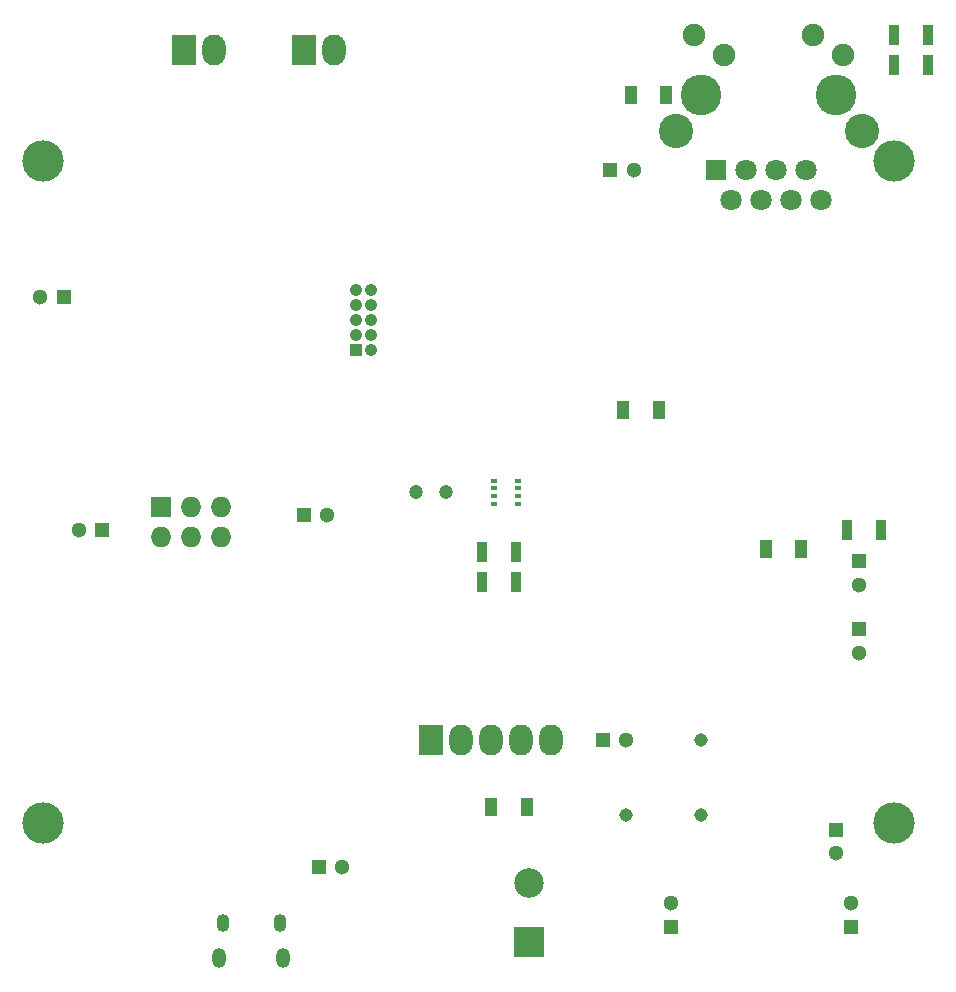
<source format=gbr>
G04 #@! TF.FileFunction,Soldermask,Top*
%FSLAX46Y46*%
G04 Gerber Fmt 4.6, Leading zero omitted, Abs format (unit mm)*
G04 Created by KiCad (PCBNEW 4.0.4+dfsg1-stable) date Sun Aug 20 17:41:52 2017*
%MOMM*%
%LPD*%
G01*
G04 APERTURE LIST*
%ADD10C,0.100000*%
%ADD11C,1.800000*%
%ADD12R,1.800000X1.800000*%
%ADD13C,2.900000*%
%ADD14C,1.900000*%
%ADD15C,3.450000*%
%ADD16R,1.300000X1.300000*%
%ADD17C,1.300000*%
%ADD18R,1.000000X1.600000*%
%ADD19R,2.000000X2.600000*%
%ADD20O,2.000000X2.600000*%
%ADD21O,1.100000X1.500000*%
%ADD22O,1.200000X1.700000*%
%ADD23R,1.727200X1.727200*%
%ADD24O,1.727200X1.727200*%
%ADD25R,1.050000X1.050000*%
%ADD26C,1.050000*%
%ADD27C,1.200000*%
%ADD28R,2.500000X2.500000*%
%ADD29C,2.500000*%
%ADD30R,0.900000X1.700000*%
%ADD31R,0.500000X0.350000*%
%ADD32C,1.143000*%
%ADD33C,3.500000*%
G04 APERTURE END LIST*
D10*
D11*
X186690000Y-76200000D03*
X185420000Y-73660000D03*
X184150000Y-76200000D03*
X182880000Y-73660000D03*
X181610000Y-76200000D03*
X180340000Y-73660000D03*
X179070000Y-76200000D03*
D12*
X177800000Y-73660000D03*
D13*
X174370000Y-70360000D03*
X190120000Y-70360000D03*
D14*
X188570000Y-63930000D03*
X175920000Y-62230000D03*
X178460000Y-63930000D03*
X186030000Y-62230000D03*
D15*
X187960000Y-67310000D03*
X176530000Y-67310000D03*
D16*
X144145000Y-132715000D03*
D17*
X146145000Y-132715000D03*
D16*
X142875000Y-102870000D03*
D17*
X144875000Y-102870000D03*
D16*
X125825000Y-104140000D03*
D17*
X123825000Y-104140000D03*
D16*
X122555000Y-84455000D03*
D17*
X120555000Y-84455000D03*
D16*
X168815000Y-73660000D03*
D17*
X170815000Y-73660000D03*
D18*
X172950000Y-93980000D03*
X169950000Y-93980000D03*
D16*
X189865000Y-112554000D03*
D17*
X189865000Y-114554000D03*
D18*
X182015000Y-105791000D03*
X185015000Y-105791000D03*
D16*
X189865000Y-106807000D03*
D17*
X189865000Y-108807000D03*
D18*
X170585000Y-67310000D03*
X173585000Y-67310000D03*
D16*
X168180000Y-121920000D03*
D17*
X170180000Y-121920000D03*
D18*
X161750000Y-127635000D03*
X158750000Y-127635000D03*
D16*
X173990000Y-137795000D03*
D17*
X173990000Y-135795000D03*
D16*
X189230000Y-137795000D03*
D17*
X189230000Y-135795000D03*
D16*
X187960000Y-129540000D03*
D17*
X187960000Y-131540000D03*
D19*
X132715000Y-63500000D03*
D20*
X135255000Y-63500000D03*
D19*
X142875000Y-63500000D03*
D20*
X145415000Y-63500000D03*
D21*
X140855000Y-137440000D03*
X136005000Y-137440000D03*
D22*
X141155000Y-140440000D03*
X135705000Y-140440000D03*
D23*
X130810000Y-102235000D03*
D24*
X130810000Y-104775000D03*
X133350000Y-102235000D03*
X133350000Y-104775000D03*
X135890000Y-102235000D03*
X135890000Y-104775000D03*
D25*
X147320000Y-88900000D03*
D26*
X147320000Y-87630000D03*
X147320000Y-86360000D03*
X147320000Y-85090000D03*
X147320000Y-83820000D03*
X148590000Y-87630000D03*
X148590000Y-86360000D03*
X148590000Y-85090000D03*
X148590000Y-83820000D03*
X148590000Y-88900000D03*
D27*
X152400000Y-100965000D03*
X154940000Y-100965000D03*
D19*
X153670000Y-121920000D03*
D20*
X156210000Y-121920000D03*
X158750000Y-121920000D03*
X161290000Y-121920000D03*
X163830000Y-121920000D03*
D28*
X161925000Y-139065000D03*
D29*
X161925000Y-134065000D03*
D30*
X188870000Y-104140000D03*
X191770000Y-104140000D03*
X192860000Y-62230000D03*
X195760000Y-62230000D03*
X192860000Y-64770000D03*
X195760000Y-64770000D03*
X157935000Y-106045000D03*
X160835000Y-106045000D03*
X157935000Y-108585000D03*
X160835000Y-108585000D03*
D31*
X158995000Y-99990000D03*
X161045000Y-99990000D03*
X158995000Y-100640000D03*
X161045000Y-100640000D03*
X158995000Y-101290000D03*
X161045000Y-101290000D03*
X158995000Y-101940000D03*
X161045000Y-101940000D03*
D32*
X170180000Y-128270000D03*
X176500000Y-121920000D03*
X176530000Y-128270000D03*
D33*
X120845000Y-72965000D03*
X192845000Y-72965000D03*
X192845000Y-128965000D03*
X120845000Y-128965000D03*
M02*

</source>
